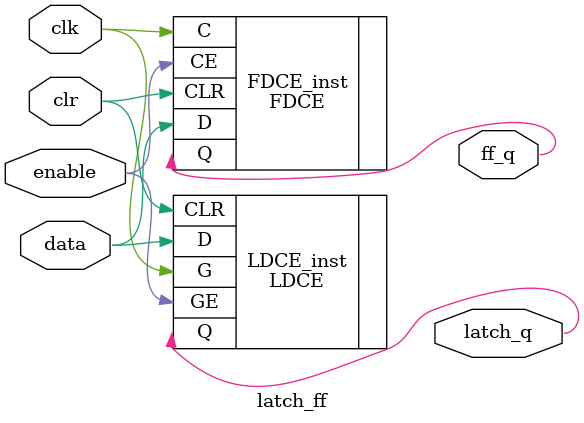
<source format=v>
`timescale 1ns / 1ps


module latch_ff(
    input clk,
    input enable,
    input data,
    input clr,
    output latch_q,
    output ff_q
    );

    LDCE #(
      .INIT(1'b0) // Initial value of latch (1'b0 or 1'b1)
   ) LDCE_inst (
      .Q(latch_q),      // Data output
      .CLR(clr),  // Asynchronous clear/reset input
      .D(data),      // Data input
      .G(clk),      // Gate input
      .GE(enable)     // Gate enable input
   );

    FDCE #(
      .INIT(1'b0),            // Initial value of register, 1'b0, 1'b1
      // Programmable Inversion Attributes: Specifies the use of the built-in programmable inversion
      .IS_CLR_INVERTED(1'b0), // Optional inversion for CLR
      .IS_C_INVERTED(1'b0),   // Optional inversion for C
      .IS_D_INVERTED(1'b0)    // Optional inversion for D
   )
   FDCE_inst (
      .Q(ff_q),     // 1-bit output: Data
      .C(clk),     // 1-bit input: Clock
      .CE(enable),   // 1-bit input: Clock enable
      .CLR(clr), // 1-bit input: Asynchronous clear
      .D(data)      // 1-bit input: Data
   );
endmodule

</source>
